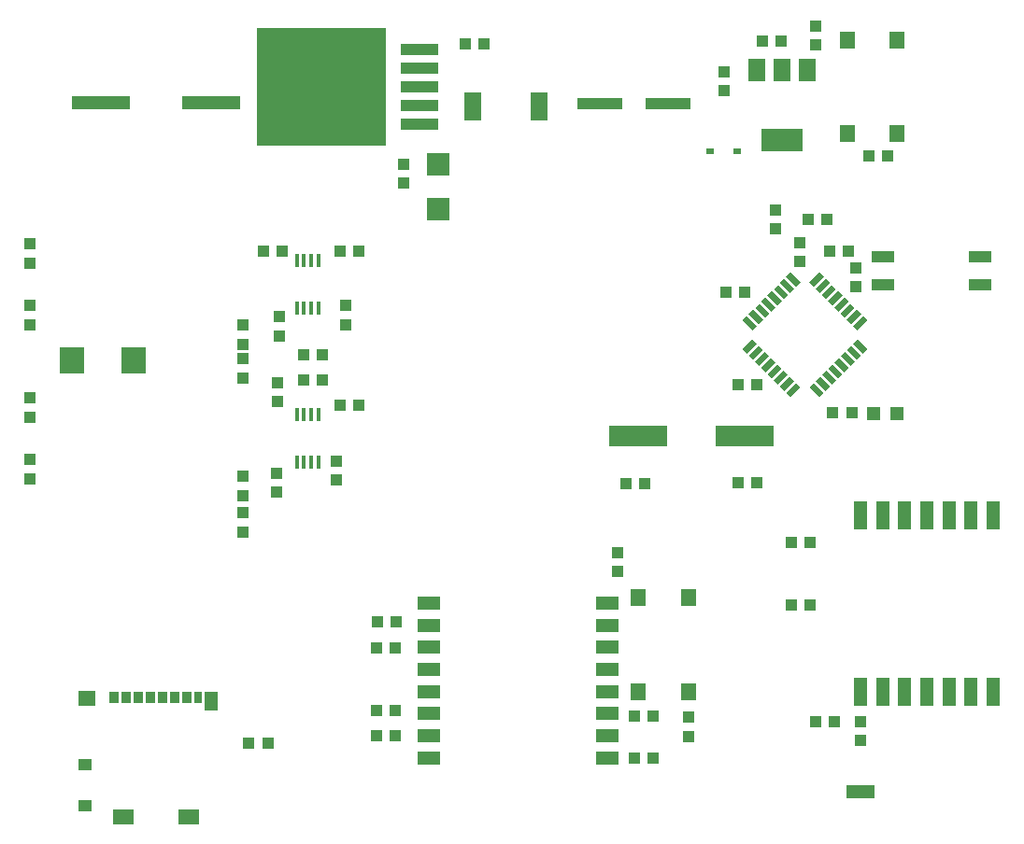
<source format=gtp>
G75*
%MOIN*%
%OFA0B0*%
%FSLAX25Y25*%
%IPPOS*%
%LPD*%
%AMOC8*
5,1,8,0,0,1.08239X$1,22.5*
%
%ADD10R,0.03937X0.04331*%
%ADD11R,0.04724X0.04724*%
%ADD12R,0.21000X0.07600*%
%ADD13R,0.04331X0.03937*%
%ADD14R,0.05000X0.02200*%
%ADD15R,0.02200X0.05000*%
%ADD16R,0.07874X0.04331*%
%ADD17R,0.01575X0.04724*%
%ADD18R,0.07874X0.07874*%
%ADD19R,0.05900X0.07900*%
%ADD20R,0.15000X0.07900*%
%ADD21R,0.13800X0.04100*%
%ADD22R,0.45900X0.42000*%
%ADD23R,0.05906X0.09843*%
%ADD24R,0.05512X0.06299*%
%ADD25R,0.03150X0.02362*%
%ADD26R,0.16000X0.04300*%
%ADD27R,0.07874X0.04724*%
%ADD28R,0.21100X0.04700*%
%ADD29R,0.08900X0.09800*%
%ADD30R,0.05000X0.10000*%
%ADD31R,0.10000X0.05000*%
%ADD32R,0.03350X0.04300*%
%ADD33R,0.02950X0.04300*%
%ADD34R,0.04606X0.07059*%
%ADD35R,0.07509X0.05306*%
%ADD36R,0.04706X0.03955*%
%ADD37R,0.06108X0.05307*%
D10*
X0145980Y0095731D03*
X0152673Y0095731D03*
X0191480Y0098531D03*
X0198173Y0098531D03*
X0198173Y0107531D03*
X0191480Y0107531D03*
X0191480Y0129831D03*
X0198173Y0129831D03*
X0198373Y0138931D03*
X0191680Y0138931D03*
X0155827Y0185485D03*
X0155827Y0192178D03*
X0177027Y0189685D03*
X0177027Y0196378D03*
X0178441Y0216208D03*
X0185134Y0216208D03*
X0156127Y0217685D03*
X0156127Y0224378D03*
X0165480Y0234531D03*
X0172173Y0234531D03*
X0156827Y0241185D03*
X0156827Y0247878D03*
X0180627Y0245185D03*
X0180627Y0251878D03*
X0178480Y0271531D03*
X0185173Y0271531D03*
X0201098Y0295542D03*
X0201098Y0302235D03*
X0315327Y0328585D03*
X0315327Y0335278D03*
X0348057Y0344971D03*
X0348057Y0351664D03*
X0367043Y0305500D03*
X0373736Y0305500D03*
X0352072Y0282651D03*
X0345379Y0282651D03*
X0342527Y0274478D03*
X0342527Y0267785D03*
X0362421Y0265378D03*
X0362421Y0258685D03*
X0360988Y0213638D03*
X0354295Y0213638D03*
X0277627Y0163778D03*
X0277627Y0157085D03*
X0339480Y0145031D03*
X0346173Y0145031D03*
X0364227Y0103378D03*
X0364227Y0096685D03*
X0290173Y0105531D03*
X0283480Y0105531D03*
X0067827Y0190185D03*
X0067827Y0196878D03*
X0067827Y0212185D03*
X0067827Y0218878D03*
X0067827Y0245185D03*
X0067827Y0251878D03*
X0067827Y0267185D03*
X0067827Y0273878D03*
D11*
X0368839Y0213435D03*
X0377106Y0213435D03*
D12*
X0322827Y0205531D03*
X0284827Y0205531D03*
D13*
X0287116Y0188437D03*
X0280423Y0188437D03*
X0320580Y0188672D03*
X0327273Y0188672D03*
X0339480Y0167531D03*
X0346173Y0167531D03*
X0327213Y0223775D03*
X0320520Y0223775D03*
X0322973Y0256731D03*
X0316280Y0256731D03*
X0353056Y0271444D03*
X0359749Y0271444D03*
X0333727Y0279285D03*
X0333727Y0285978D03*
X0229972Y0345338D03*
X0223280Y0345338D03*
X0329280Y0346431D03*
X0335973Y0346431D03*
X0157773Y0271331D03*
X0151080Y0271331D03*
X0143827Y0244878D03*
X0143827Y0238185D03*
X0143827Y0232878D03*
X0143827Y0226185D03*
X0165480Y0225531D03*
X0172173Y0225531D03*
X0143827Y0190878D03*
X0143827Y0184185D03*
X0143827Y0177878D03*
X0143827Y0171185D03*
X0283480Y0090531D03*
X0290173Y0090531D03*
X0302827Y0098185D03*
X0302827Y0104878D03*
X0348080Y0103231D03*
X0354773Y0103231D03*
D14*
G36*
X0342717Y0222775D02*
X0339183Y0219241D01*
X0337627Y0220797D01*
X0341161Y0224331D01*
X0342717Y0222775D01*
G37*
G36*
X0340489Y0225002D02*
X0336955Y0221468D01*
X0335399Y0223024D01*
X0338933Y0226558D01*
X0340489Y0225002D01*
G37*
G36*
X0338262Y0227230D02*
X0334728Y0223696D01*
X0333172Y0225252D01*
X0336706Y0228786D01*
X0338262Y0227230D01*
G37*
G36*
X0336035Y0229457D02*
X0332501Y0225923D01*
X0330945Y0227479D01*
X0334479Y0231013D01*
X0336035Y0229457D01*
G37*
G36*
X0333808Y0231684D02*
X0330274Y0228150D01*
X0328718Y0229706D01*
X0332252Y0233240D01*
X0333808Y0231684D01*
G37*
G36*
X0331581Y0233911D02*
X0328047Y0230377D01*
X0326491Y0231933D01*
X0330025Y0235467D01*
X0331581Y0233911D01*
G37*
G36*
X0329354Y0236138D02*
X0325820Y0232604D01*
X0324264Y0234160D01*
X0327798Y0237694D01*
X0329354Y0236138D01*
G37*
G36*
X0327127Y0238365D02*
X0323593Y0234831D01*
X0322037Y0236387D01*
X0325571Y0239921D01*
X0327127Y0238365D01*
G37*
G36*
X0357708Y0255584D02*
X0354174Y0252050D01*
X0352618Y0253606D01*
X0356152Y0257140D01*
X0357708Y0255584D01*
G37*
G36*
X0359935Y0253357D02*
X0356401Y0249823D01*
X0354845Y0251379D01*
X0358379Y0254913D01*
X0359935Y0253357D01*
G37*
G36*
X0362163Y0251130D02*
X0358629Y0247596D01*
X0357073Y0249152D01*
X0360607Y0252686D01*
X0362163Y0251130D01*
G37*
G36*
X0364390Y0248903D02*
X0360856Y0245369D01*
X0359300Y0246925D01*
X0362834Y0250459D01*
X0364390Y0248903D01*
G37*
G36*
X0366617Y0246676D02*
X0363083Y0243142D01*
X0361527Y0244698D01*
X0365061Y0248232D01*
X0366617Y0246676D01*
G37*
G36*
X0355481Y0257811D02*
X0351947Y0254277D01*
X0350391Y0255833D01*
X0353925Y0259367D01*
X0355481Y0257811D01*
G37*
G36*
X0353254Y0260038D02*
X0349720Y0256504D01*
X0348164Y0258060D01*
X0351698Y0261594D01*
X0353254Y0260038D01*
G37*
G36*
X0351027Y0262265D02*
X0347493Y0258731D01*
X0345937Y0260287D01*
X0349471Y0263821D01*
X0351027Y0262265D01*
G37*
D15*
G36*
X0342717Y0260287D02*
X0341161Y0258731D01*
X0337627Y0262265D01*
X0339183Y0263821D01*
X0342717Y0260287D01*
G37*
G36*
X0340489Y0258060D02*
X0338933Y0256504D01*
X0335399Y0260038D01*
X0336955Y0261594D01*
X0340489Y0258060D01*
G37*
G36*
X0338262Y0255833D02*
X0336706Y0254277D01*
X0333172Y0257811D01*
X0334728Y0259367D01*
X0338262Y0255833D01*
G37*
G36*
X0336035Y0253606D02*
X0334479Y0252050D01*
X0330945Y0255584D01*
X0332501Y0257140D01*
X0336035Y0253606D01*
G37*
G36*
X0333808Y0251379D02*
X0332252Y0249823D01*
X0328718Y0253357D01*
X0330274Y0254913D01*
X0333808Y0251379D01*
G37*
G36*
X0331581Y0249152D02*
X0330025Y0247596D01*
X0326491Y0251130D01*
X0328047Y0252686D01*
X0331581Y0249152D01*
G37*
G36*
X0329354Y0246925D02*
X0327798Y0245369D01*
X0324264Y0248903D01*
X0325820Y0250459D01*
X0329354Y0246925D01*
G37*
G36*
X0327127Y0244698D02*
X0325571Y0243142D01*
X0322037Y0246676D01*
X0323593Y0248232D01*
X0327127Y0244698D01*
G37*
G36*
X0359935Y0229706D02*
X0358379Y0228150D01*
X0354845Y0231684D01*
X0356401Y0233240D01*
X0359935Y0229706D01*
G37*
G36*
X0362163Y0231933D02*
X0360607Y0230377D01*
X0357073Y0233911D01*
X0358629Y0235467D01*
X0362163Y0231933D01*
G37*
G36*
X0364390Y0234160D02*
X0362834Y0232604D01*
X0359300Y0236138D01*
X0360856Y0237694D01*
X0364390Y0234160D01*
G37*
G36*
X0366617Y0236387D02*
X0365061Y0234831D01*
X0361527Y0238365D01*
X0363083Y0239921D01*
X0366617Y0236387D01*
G37*
G36*
X0357708Y0227479D02*
X0356152Y0225923D01*
X0352618Y0229457D01*
X0354174Y0231013D01*
X0357708Y0227479D01*
G37*
G36*
X0355481Y0225252D02*
X0353925Y0223696D01*
X0350391Y0227230D01*
X0351947Y0228786D01*
X0355481Y0225252D01*
G37*
G36*
X0353254Y0223024D02*
X0351698Y0221468D01*
X0348164Y0225002D01*
X0349720Y0226558D01*
X0353254Y0223024D01*
G37*
G36*
X0351027Y0220797D02*
X0349471Y0219241D01*
X0345937Y0222775D01*
X0347493Y0224331D01*
X0351027Y0220797D01*
G37*
D16*
X0372157Y0259531D03*
X0372157Y0269531D03*
X0406921Y0269531D03*
X0406921Y0259531D03*
D17*
X0170665Y0251040D03*
X0168106Y0251040D03*
X0165547Y0251040D03*
X0162988Y0251040D03*
X0162988Y0268022D03*
X0165547Y0268022D03*
X0168106Y0268022D03*
X0170665Y0268022D03*
X0170665Y0213022D03*
X0168106Y0213022D03*
X0165547Y0213022D03*
X0162988Y0213022D03*
X0162988Y0196040D03*
X0165547Y0196040D03*
X0168106Y0196040D03*
X0170665Y0196040D03*
D18*
X0213612Y0286501D03*
X0213612Y0302249D03*
D19*
X0327038Y0335931D03*
X0336038Y0335931D03*
X0345038Y0335931D03*
D20*
X0336138Y0311131D03*
D21*
X0206902Y0316690D03*
X0206902Y0323390D03*
X0206902Y0330090D03*
X0206902Y0336790D03*
X0206902Y0343490D03*
D22*
X0171702Y0330090D03*
D23*
X0225715Y0322884D03*
X0249337Y0322884D03*
D24*
X0359370Y0313295D03*
X0377087Y0313295D03*
X0377087Y0346760D03*
X0359370Y0346760D03*
X0302677Y0147665D03*
X0284961Y0147665D03*
X0284961Y0114201D03*
X0302677Y0114201D03*
D25*
X0310472Y0306901D03*
X0320315Y0306901D03*
D26*
X0295627Y0323931D03*
X0271027Y0323931D03*
D27*
X0273827Y0145657D03*
X0273827Y0137783D03*
X0273827Y0129909D03*
X0273827Y0122035D03*
X0273827Y0114161D03*
X0273827Y0106287D03*
X0273827Y0098413D03*
X0273827Y0090539D03*
X0210047Y0090539D03*
X0210047Y0098413D03*
X0210047Y0106287D03*
X0210047Y0114161D03*
X0210047Y0122035D03*
X0210047Y0129909D03*
X0210047Y0137783D03*
X0210047Y0145657D03*
D28*
X0132427Y0324331D03*
X0093227Y0324331D03*
D29*
X0082927Y0232531D03*
X0104727Y0232531D03*
D30*
X0364205Y0177027D03*
X0372079Y0177027D03*
X0379953Y0177027D03*
X0387827Y0177027D03*
X0395701Y0177027D03*
X0403575Y0177027D03*
X0411449Y0177027D03*
X0411449Y0114035D03*
X0403575Y0114035D03*
X0395701Y0114035D03*
X0387827Y0114035D03*
X0379953Y0114035D03*
X0372079Y0114035D03*
X0364205Y0114035D03*
D31*
X0364127Y0078431D03*
D32*
X0123684Y0112075D03*
X0119328Y0112086D03*
X0115026Y0112086D03*
X0110733Y0112076D03*
X0106371Y0112067D03*
X0102061Y0112086D03*
X0097768Y0112086D03*
D33*
X0127855Y0112076D03*
D34*
X0132578Y0110700D03*
D35*
X0101133Y0069536D03*
X0124614Y0069538D03*
D36*
X0087369Y0073350D03*
X0087369Y0087918D03*
D37*
X0088085Y0111590D03*
M02*

</source>
